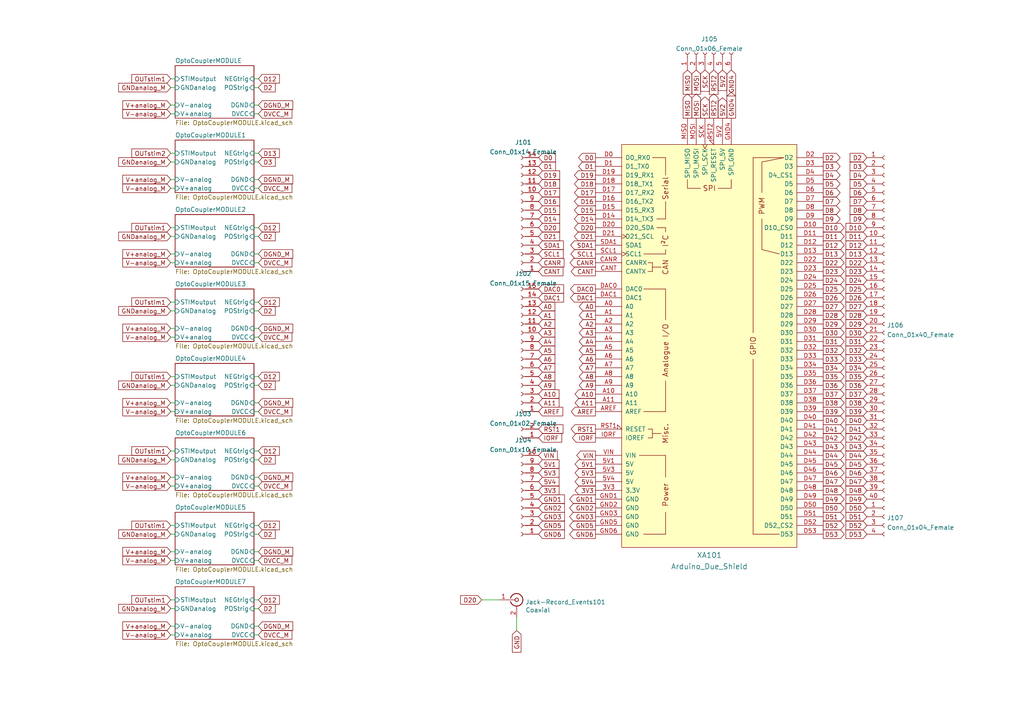
<source format=kicad_sch>
(kicad_sch (version 20211123) (generator eeschema)
  (paper "A4")
  (lib_symbols
    (symbol "Connector:Conn_01x02_Female" (pin_names (offset 1.016) hide)
      (property "Reference" "J" (at 0 2.54 0))
      (property "Value" "Conn_01x02_Female" (at 0 -5.08 0))
      (symbol "Conn_01x02_Female_1_1"
        (pin passive line (at -5.08 0 0) (length 3.81) (name "Pin_1") (number "1"))
        (pin passive line (at -5.08 -2.54 0) (length 3.81) (name "Pin_2") (number "2"))
      )
    )
    (symbol "Connector:Conn_01x04_Female" (pin_names (offset 1.016) hide)
      (property "Reference" "J" (at 0 5.08 0))
      (property "Value" "Conn_01x04_Female" (at 0 -7.62 0))
      (symbol "Conn_01x04_Female_1_1"
        (pin passive line (at -5.08 2.54 0) (length 3.81) (name "Pin_1") (number "1"))
        (pin passive line (at -5.08 0 0) (length 3.81) (name "Pin_2") (number "2"))
        (pin passive line (at -5.08 -2.54 0) (length 3.81) (name "Pin_3") (number "3"))
        (pin passive line (at -5.08 -5.08 0) (length 3.81) (name "Pin_4") (number "4"))
      )
    )
    (symbol "Connector:Conn_01x06_Female" (pin_names (offset 1.016) hide)
      (property "Reference" "J" (at 0 7.62 0))
      (property "Value" "Conn_01x06_Female" (at 0 -10.16 0))
      (symbol "Conn_01x06_Female_1_1"
        (pin passive line (at -5.08 5.08 0) (length 3.81) (name "Pin_1") (number "1"))
        (pin passive line (at -5.08 2.54 0) (length 3.81) (name "Pin_2") (number "2"))
        (pin passive line (at -5.08 0 0) (length 3.81) (name "Pin_3") (number "3"))
        (pin passive line (at -5.08 -2.54 0) (length 3.81) (name "Pin_4") (number "4"))
        (pin passive line (at -5.08 -5.08 0) (length 3.81) (name "Pin_5") (number "5"))
        (pin passive line (at -5.08 -7.62 0) (length 3.81) (name "Pin_6") (number "6"))
      )
    )
    (symbol "Connector:Conn_01x10_Female" (pin_names (offset 1.016) hide)
      (property "Reference" "J" (at 0 12.7 0))
      (property "Value" "Conn_01x10_Female" (at 0 -15.24 0))
      (symbol "Conn_01x10_Female_1_1"
        (pin passive line (at -5.08 10.16 0) (length 3.81) (name "Pin_1") (number "1"))
        (pin passive line (at -5.08 -12.7 0) (length 3.81) (name "Pin_10") (number "10"))
        (pin passive line (at -5.08 7.62 0) (length 3.81) (name "Pin_2") (number "2"))
        (pin passive line (at -5.08 5.08 0) (length 3.81) (name "Pin_3") (number "3"))
        (pin passive line (at -5.08 2.54 0) (length 3.81) (name "Pin_4") (number "4"))
        (pin passive line (at -5.08 0 0) (length 3.81) (name "Pin_5") (number "5"))
        (pin passive line (at -5.08 -2.54 0) (length 3.81) (name "Pin_6") (number "6"))
        (pin passive line (at -5.08 -5.08 0) (length 3.81) (name "Pin_7") (number "7"))
        (pin passive line (at -5.08 -7.62 0) (length 3.81) (name "Pin_8") (number "8"))
        (pin passive line (at -5.08 -10.16 0) (length 3.81) (name "Pin_9") (number "9"))
      )
    )
    (symbol "Connector:Conn_01x14_Female" (pin_names (offset 1.016) hide)
      (property "Reference" "J" (at 0 17.78 0))
      (property "Value" "Conn_01x14_Female" (at 0 -20.32 0))
      (symbol "Conn_01x14_Female_1_1"
        (pin passive line (at -5.08 15.24 0) (length 3.81) (name "Pin_1") (number "1"))
        (pin passive line (at -5.08 -7.62 0) (length 3.81) (name "Pin_10") (number "10"))
        (pin passive line (at -5.08 -10.16 0) (length 3.81) (name "Pin_11") (number "11"))
        (pin passive line (at -5.08 -12.7 0) (length 3.81) (name "Pin_12") (number "12"))
        (pin passive line (at -5.08 -15.24 0) (length 3.81) (name "Pin_13") (number "13"))
        (pin passive line (at -5.08 -17.78 0) (length 3.81) (name "Pin_14") (number "14"))
        (pin passive line (at -5.08 12.7 0) (length 3.81) (name "Pin_2") (number "2"))
        (pin passive line (at -5.08 10.16 0) (length 3.81) (name "Pin_3") (number "3"))
        (pin passive line (at -5.08 7.62 0) (length 3.81) (name "Pin_4") (number "4"))
        (pin passive line (at -5.08 5.08 0) (length 3.81) (name "Pin_5") (number "5"))
        (pin passive line (at -5.08 2.54 0) (length 3.81) (name "Pin_6") (number "6"))
        (pin passive line (at -5.08 0 0) (length 3.81) (name "Pin_7") (number "7"))
        (pin passive line (at -5.08 -2.54 0) (length 3.81) (name "Pin_8") (number "8"))
        (pin passive line (at -5.08 -5.08 0) (length 3.81) (name "Pin_9") (number "9"))
      )
    )
    (symbol "Connector:Conn_01x15_Female" (pin_names (offset 1.016) hide)
      (property "Reference" "J" (at 0 20.32 0))
      (property "Value" "Conn_01x15_Female" (at 0 -20.32 0))
      (symbol "Conn_01x15_Female_1_1"
        (pin passive line (at -5.08 17.78 0) (length 3.81) (name "Pin_1") (number "1"))
        (pin passive line (at -5.08 -5.08 0) (length 3.81) (name "Pin_10") (number "10"))
        (pin passive line (at -5.08 -7.62 0) (length 3.81) (name "Pin_11") (number "11"))
        (pin passive line (at -5.08 -10.16 0) (length 3.81) (name "Pin_12") (number "12"))
        (pin passive line (at -5.08 -12.7 0) (length 3.81) (name "Pin_13") (number "13"))
        (pin passive line (at -5.08 -15.24 0) (length 3.81) (name "Pin_14") (number "14"))
        (pin passive line (at -5.08 -17.78 0) (length 3.81) (name "Pin_15") (number "15"))
        (pin passive line (at -5.08 15.24 0) (length 3.81) (name "Pin_2") (number "2"))
        (pin passive line (at -5.08 12.7 0) (length 3.81) (name "Pin_3") (number "3"))
        (pin passive line (at -5.08 10.16 0) (length 3.81) (name "Pin_4") (number "4"))
        (pin passive line (at -5.08 7.62 0) (length 3.81) (name "Pin_5") (number "5"))
        (pin passive line (at -5.08 5.08 0) (length 3.81) (name "Pin_6") (number "6"))
        (pin passive line (at -5.08 2.54 0) (length 3.81) (name "Pin_7") (number "7"))
        (pin passive line (at -5.08 0 0) (length 3.81) (name "Pin_8") (number "8"))
        (pin passive line (at -5.08 -2.54 0) (length 3.81) (name "Pin_9") (number "9"))
      )
    )
    (symbol "Connector:Conn_01x40_Female" (pin_names (offset 1.016) hide)
      (property "Reference" "J" (at 0 50.8 0))
      (property "Value" "Conn_01x40_Female" (at 0 -53.34 0))
      (symbol "Conn_01x40_Female_1_1"
        (pin passive line (at -5.08 48.26 0) (length 3.81) (name "Pin_1") (number "1"))
        (pin passive line (at -5.08 25.4 0) (length 3.81) (name "Pin_10") (number "10"))
        (pin passive line (at -5.08 22.86 0) (length 3.81) (name "Pin_11") (number "11"))
        (pin passive line (at -5.08 20.32 0) (length 3.81) (name "Pin_12") (number "12"))
        (pin passive line (at -5.08 17.78 0) (length 3.81) (name "Pin_13") (number "13"))
        (pin passive line (at -5.08 15.24 0) (length 3.81) (name "Pin_14") (number "14"))
        (pin passive line (at -5.08 12.7 0) (length 3.81) (name "Pin_15") (number "15"))
        (pin passive line (at -5.08 10.16 0) (length 3.81) (name "Pin_16") (number "16"))
        (pin passive line (at -5.08 7.62 0) (length 3.81) (name "Pin_17") (number "17"))
        (pin passive line (at -5.08 5.08 0) (length 3.81) (name "Pin_18") (number "18"))
        (pin passive line (at -5.08 2.54 0) (length 3.81) (name "Pin_19") (number "19"))
        (pin passive line (at -5.08 45.72 0) (length 3.81) (name "Pin_2") (number "2"))
        (pin passive line (at -5.08 0 0) (length 3.81) (name "Pin_20") (number "20"))
        (pin passive line (at -5.08 -2.54 0) (length 3.81) (name "Pin_21") (number "21"))
        (pin passive line (at -5.08 -5.08 0) (length 3.81) (name "Pin_22") (number "22"))
        (pin passive line (at -5.08 -7.62 0) (length 3.81) (name "Pin_23") (number "23"))
        (pin passive line (at -5.08 -10.16 0) (length 3.81) (name "Pin_24") (number "24"))
        (pin passive line (at -5.08 -12.7 0) (length 3.81) (name "Pin_25") (number "25"))
        (pin passive line (at -5.08 -15.24 0) (length 3.81) (name "Pin_26") (number "26"))
        (pin passive line (at -5.08 -17.78 0) (length 3.81) (name "Pin_27") (number "27"))
        (pin passive line (at -5.08 -20.32 0) (length 3.81) (name "Pin_28") (number "28"))
        (pin passive line (at -5.08 -22.86 0) (length 3.81) (name "Pin_29") (number "29"))
        (pin passive line (at -5.08 43.18 0) (length 3.81) (name "Pin_3") (number "3"))
        (pin passive line (at -5.08 -25.4 0) (length 3.81) (name "Pin_30") (number "30"))
        (pin passive line (at -5.08 -27.94 0) (length 3.81) (name "Pin_31") (number "31"))
        (pin passive line (at -5.08 -30.48 0) (length 3.81) (name "Pin_32") (number "32"))
        (pin passive line (at -5.08 -33.02 0) (length 3.81) (name "Pin_33") (number "33"))
        (pin passive line (at -5.08 -35.56 0) (length 3.81) (name "Pin_34") (number "34"))
        (pin passive line (at -5.08 -38.1 0) (length 3.81) (name "Pin_35") (number "35"))
        (pin passive line (at -5.08 -40.64 0) (length 3.81) (name "Pin_36") (number "36"))
        (pin passive line (at -5.08 -43.18 0) (length 3.81) (name "Pin_37") (number "37"))
        (pin passive line (at -5.08 -45.72 0) (length 3.81) (name "Pin_38") (number "38"))
        (pin passive line (at -5.08 -48.26 0) (length 3.81) (name "Pin_39") (number "39"))
        (pin passive line (at -5.08 40.64 0) (length 3.81) (name "Pin_4") (number "4"))
        (pin passive line (at -5.08 -50.8 0) (length 3.81) (name "Pin_40") (number "40"))
        (pin passive line (at -5.08 38.1 0) (length 3.81) (name "Pin_5") (number "5"))
        (pin passive line (at -5.08 35.56 0) (length 3.81) (name "Pin_6") (number "6"))
        (pin passive line (at -5.08 33.02 0) (length 3.81) (name "Pin_7") (number "7"))
        (pin passive line (at -5.08 30.48 0) (length 3.81) (name "Pin_8") (number "8"))
        (pin passive line (at -5.08 27.94 0) (length 3.81) (name "Pin_9") (number "9"))
      )
    )
    (symbol "Connector:Conn_Coaxial" (pin_names (offset 1.016) hide)
      (property "Reference" "J" (at 0.254 3.048 0))
      (property "Value" "Conn_Coaxial" (at 2.921 0 90))
      (symbol "Conn_Coaxial_1_1"
        (pin passive line (at -5.08 0 0) (length 2.54) (name "In") (number "1"))
        (pin passive line (at 0 -5.08 90) (length 2.54) (name "Ext") (number "2"))
      )
    )
    (symbol "PCM_arduino-library:Arduino_Due_Shield" (pin_names (offset 1.016))
      (property "Reference" "XA" (at 0 -62.23 0))
      (property "Value" "Arduino_Due_Shield" (at 0 -66.04 0))
      (symbol "Arduino_Due_Shield_0_0"
        (text "Analogue I/O" (at -12.7 -1.27 900) (effects (font (size 1.524 1.524))))
        (text "CAN" (at -12.7 22.86 900) (effects (font (size 1.524 1.524))))
        (text "I²C" (at -12.7 30.48 900) (effects (font (size 1.524 1.524))))
        (text "Misc." (at -12.7 -25.4 900) (effects (font (size 1.524 1.524))))
        (text "Power" (at -12.7 -43.18 900) (effects (font (size 1.524 1.524))))
        (text "PWM" (at 15.24 40.64 900) (effects (font (size 1.524 1.524))))
        (text "Serial" (at -12.7 45.72 900) (effects (font (size 1.524 1.524))))
        (text "SPI" (at 0 45.72 0) (effects (font (size 1.524 1.524))))
      )
      (symbol "Arduino_Due_Shield_1_0"
        (text "GPIO" (at 12.7 0 900) (effects (font (size 1.524 1.524))))
      )
      (symbol "Arduino_Due_Shield_1_1"
        (pin power_out line (at -33.02 -41.91 0) (length 7.62) (name "3.3V") (number "3V3"))
        (pin power_in line (at -33.02 -34.29 0) (length 7.62) (name "5V") (number "5V1"))
        (pin power_in line (at 3.81 66.04 270) (length 7.62) (name "SPI_5V") (number "5V2"))
        (pin power_in line (at -33.02 -36.83 0) (length 7.62) (name "5V") (number "5V3"))
        (pin power_in line (at -33.02 -39.37 0) (length 7.62) (name "5V") (number "5V4"))
        (pin bidirectional line (at -33.02 11.43 0) (length 7.62) (name "A0") (number "A0"))
        (pin bidirectional line (at -33.02 8.89 0) (length 7.62) (name "A1") (number "A1"))
        (pin bidirectional line (at -33.02 -13.97 0) (length 7.62) (name "A10") (number "A10"))
        (pin bidirectional line (at -33.02 -16.51 0) (length 7.62) (name "A11") (number "A11"))
        (pin bidirectional line (at -33.02 6.35 0) (length 7.62) (name "A2") (number "A2"))
        (pin bidirectional line (at -33.02 3.81 0) (length 7.62) (name "A3") (number "A3"))
        (pin bidirectional line (at -33.02 1.27 0) (length 7.62) (name "A4") (number "A4"))
        (pin bidirectional line (at -33.02 -1.27 0) (length 7.62) (name "A5") (number "A5"))
        (pin bidirectional line (at -33.02 -3.81 0) (length 7.62) (name "A6") (number "A6"))
        (pin bidirectional line (at -33.02 -6.35 0) (length 7.62) (name "A7") (number "A7"))
        (pin bidirectional line (at -33.02 -8.89 0) (length 7.62) (name "A8") (number "A8"))
        (pin bidirectional line (at -33.02 -11.43 0) (length 7.62) (name "A9") (number "A9"))
        (pin input line (at -33.02 -19.05 0) (length 7.62) (name "AREF") (number "AREF"))
        (pin bidirectional line (at -33.02 24.13 0) (length 7.62) (name "CANRX") (number "CANR"))
        (pin bidirectional line (at -33.02 21.59 0) (length 7.62) (name "CANTX") (number "CANT"))
        (pin bidirectional line (at -33.02 54.61 0) (length 7.62) (name "D0_RX0") (number "D0"))
        (pin bidirectional line (at -33.02 52.07 0) (length 7.62) (name "D1_TX0") (number "D1"))
        (pin bidirectional line (at 33.02 34.29 180) (length 7.62) (name "D10_CS0") (number "D10"))
        (pin bidirectional line (at 33.02 31.75 180) (length 7.62) (name "D11") (number "D11"))
        (pin bidirectional line (at 33.02 29.21 180) (length 7.62) (name "D12") (number "D12"))
        (pin bidirectional line (at 33.02 26.67 180) (length 7.62) (name "D13") (number "D13"))
        (pin bidirectional line (at -33.02 36.83 0) (length 7.62) (name "D14_TX3") (number "D14"))
        (pin bidirectional line (at -33.02 39.37 0) (length 7.62) (name "D15_RX3") (number "D15"))
        (pin bidirectional line (at -33.02 41.91 0) (length 7.62) (name "D16_TX2") (number "D16"))
        (pin bidirectional line (at -33.02 44.45 0) (length 7.62) (name "D17_RX2") (number "D17"))
        (pin bidirectional line (at -33.02 46.99 0) (length 7.62) (name "D18_TX1") (number "D18"))
        (pin bidirectional line (at -33.02 49.53 0) (length 7.62) (name "D19_RX1") (number "D19"))
        (pin bidirectional line (at 33.02 54.61 180) (length 7.62) (name "D2") (number "D2"))
        (pin bidirectional line (at -33.02 34.29 0) (length 7.62) (name "D20_SDA") (number "D20"))
        (pin bidirectional clock (at -33.02 31.75 0) (length 7.62) (name "D21_SCL") (number "D21"))
        (pin bidirectional line (at 33.02 24.13 180) (length 7.62) (name "D22") (number "D22"))
        (pin bidirectional line (at 33.02 21.59 180) (length 7.62) (name "D23") (number "D23"))
        (pin bidirectional line (at 33.02 19.05 180) (length 7.62) (name "D24") (number "D24"))
        (pin bidirectional line (at 33.02 16.51 180) (length 7.62) (name "D25") (number "D25"))
        (pin bidirectional line (at 33.02 13.97 180) (length 7.62) (name "D26") (number "D26"))
        (pin bidirectional line (at 33.02 11.43 180) (length 7.62) (name "D27") (number "D27"))
        (pin bidirectional line (at 33.02 8.89 180) (length 7.62) (name "D28") (number "D28"))
        (pin bidirectional line (at 33.02 6.35 180) (length 7.62) (name "D29") (number "D29"))
        (pin bidirectional line (at 33.02 52.07 180) (length 7.62) (name "D3") (number "D3"))
        (pin bidirectional line (at 33.02 3.81 180) (length 7.62) (name "D30") (number "D30"))
        (pin bidirectional line (at 33.02 1.27 180) (length 7.62) (name "D31") (number "D31"))
        (pin bidirectional line (at 33.02 -1.27 180) (length 7.62) (name "D32") (number "D32"))
        (pin bidirectional line (at 33.02 -3.81 180) (length 7.62) (name "D33") (number "D33"))
        (pin bidirectional line (at 33.02 -6.35 180) (length 7.62) (name "D34") (number "D34"))
        (pin bidirectional line (at 33.02 -8.89 180) (length 7.62) (name "D35") (number "D35"))
        (pin bidirectional line (at 33.02 -11.43 180) (length 7.62) (name "D36") (number "D36"))
        (pin bidirectional line (at 33.02 -13.97 180) (length 7.62) (name "D37") (number "D37"))
        (pin bidirectional line (at 33.02 -16.51 180) (length 7.62) (name "D38") (number "D38"))
        (pin bidirectional line (at 33.02 -19.05 180) (length 7.62) (name "D39") (number "D39"))
        (pin bidirectional line (at 33.02 49.53 180) (length 7.62) (name "D4_CS1") (number "D4"))
        (pin bidirectional line (at 33.02 -21.59 180) (length 7.62) (name "D40") (number "D40"))
        (pin bidirectional line (at 33.02 -24.13 180) (length 7.62) (name "D41") (number "D41"))
        (pin bidirectional line (at 33.02 -26.67 180) (length 7.62) (name "D42") (number "D42"))
        (pin bidirectional line (at 33.02 -29.21 180) (length 7.62) (name "D43") (number "D43"))
        (pin bidirectional line (at 33.02 -31.75 180) (length 7.62) (name "D44") (number "D44"))
        (pin bidirectional line (at 33.02 -34.29 180) (length 7.62) (name "D45") (number "D45"))
        (pin bidirectional line (at 33.02 -36.83 180) (length 7.62) (name "D46") (number "D46"))
        (pin bidirectional line (at 33.02 -39.37 180) (length 7.62) (name "D47") (number "D47"))
        (pin bidirectional line (at 33.02 -41.91 180) (length 7.62) (name "D48") (number "D48"))
        (pin bidirectional line (at 33.02 -44.45 180) (length 7.62) (name "D49") (number "D49"))
        (pin bidirectional line (at 33.02 46.99 180) (length 7.62) (name "D5") (number "D5"))
        (pin bidirectional line (at 33.02 -46.99 180) (length 7.62) (name "D50") (number "D50"))
        (pin bidirectional line (at 33.02 -49.53 180) (length 7.62) (name "D51") (number "D51"))
        (pin bidirectional line (at 33.02 -52.07 180) (length 7.62) (name "D52_CS2") (number "D52"))
        (pin bidirectional line (at 33.02 -54.61 180) (length 7.62) (name "D53") (number "D53"))
        (pin bidirectional line (at 33.02 44.45 180) (length 7.62) (name "D6") (number "D6"))
        (pin bidirectional line (at 33.02 41.91 180) (length 7.62) (name "D7") (number "D7"))
        (pin bidirectional line (at 33.02 39.37 180) (length 7.62) (name "D8") (number "D8"))
        (pin bidirectional line (at 33.02 36.83 180) (length 7.62) (name "D9") (number "D9"))
        (pin bidirectional line (at -33.02 16.51 0) (length 7.62) (name "DAC0") (number "DAC0"))
        (pin bidirectional line (at -33.02 13.97 0) (length 7.62) (name "DAC1") (number "DAC1"))
        (pin power_in line (at -33.02 -44.45 0) (length 7.62) (name "GND") (number "GND1"))
        (pin power_in line (at -33.02 -46.99 0) (length 7.62) (name "GND") (number "GND2"))
        (pin power_in line (at -33.02 -49.53 0) (length 7.62) (name "GND") (number "GND3"))
        (pin power_in line (at 6.35 66.04 270) (length 7.62) (name "SPI_GND") (number "GND4"))
        (pin power_in line (at -33.02 -52.07 0) (length 7.62) (name "GND") (number "GND5"))
        (pin power_in line (at -33.02 -54.61 0) (length 7.62) (name "GND") (number "GND6"))
        (pin output line (at -33.02 -26.67 0) (length 7.62) (name "IOREF") (number "IORF"))
        (pin input line (at -6.35 66.04 270) (length 7.62) (name "SPI_MISO") (number "MISO"))
        (pin output line (at -3.81 66.04 270) (length 7.62) (name "SPI_MOSI") (number "MOSI"))
        (pin open_collector input_low (at -33.02 -24.13 0) (length 7.62) (name "RESET") (number "RST1"))
        (pin open_collector input_low (at 1.27 66.04 270) (length 7.62) (name "SPI_RESET") (number "RST2"))
        (pin output clock (at -1.27 66.04 270) (length 7.62) (name "SPI_SCK") (number "SCK"))
        (pin bidirectional clock (at -33.02 26.67 0) (length 7.62) (name "SCL1") (number "SCL1"))
        (pin bidirectional line (at -33.02 29.21 0) (length 7.62) (name "SDA1") (number "SDA1"))
        (pin power_in line (at -33.02 -31.75 0) (length 7.62) (name "VIN") (number "VIN"))
      )
    )
  )
  (wire (pts (xy 73.66 33.02) (xy 74.93 33.02)))
  (wire (pts (xy 73.66 97.79) (xy 74.93 97.79)))
  (wire (pts (xy 49.53 111.76) (xy 50.8 111.76)))
  (wire (pts (xy 73.66 66.04) (xy 74.93 66.04)))
  (wire (pts (xy 73.66 130.81) (xy 74.93 130.81)))
  (wire (pts (xy 73.66 90.17) (xy 74.93 90.17)))
  (wire (pts (xy 49.53 87.63) (xy 50.8 87.63)))
  (wire (pts (xy 73.66 140.97) (xy 74.93 140.97)))
  (wire (pts (xy 49.53 73.66) (xy 50.8 73.66)))
  (wire (pts (xy 73.66 68.58) (xy 74.93 68.58)))
  (wire (pts (xy 73.66 44.45) (xy 74.93 44.45)))
  (wire (pts (xy 73.66 133.35) (xy 74.93 133.35)))
  (wire (pts (xy 49.53 54.61) (xy 50.8 54.61)))
  (wire (pts (xy 49.53 162.56) (xy 50.8 162.56)))
  (wire (pts (xy 73.66 162.56) (xy 74.93 162.56)))
  (wire (pts (xy 49.53 52.07) (xy 50.8 52.07)))
  (wire (pts (xy 49.53 30.48) (xy 50.8 30.48)))
  (wire (pts (xy 49.53 76.2) (xy 50.8 76.2)))
  (wire (pts (xy 73.66 30.48) (xy 74.93 30.48)))
  (wire (pts (xy 49.53 181.61) (xy 50.8 181.61)))
  (wire (pts (xy 73.66 173.99) (xy 74.93 173.99)))
  (wire (pts (xy 49.53 33.02) (xy 50.8 33.02)))
  (wire (pts (xy 49.53 152.4) (xy 50.8 152.4)))
  (wire (pts (xy 49.53 176.53) (xy 50.8 176.53)))
  (wire (pts (xy 73.66 54.61) (xy 74.93 54.61)))
  (wire (pts (xy 73.66 111.76) (xy 74.93 111.76)))
  (wire (pts (xy 73.66 52.07) (xy 74.93 52.07)))
  (wire (pts (xy 73.66 76.2) (xy 74.93 76.2)))
  (wire (pts (xy 73.66 152.4) (xy 74.93 152.4)))
  (wire (pts (xy 73.66 109.22) (xy 74.93 109.22)))
  (wire (pts (xy 49.53 66.04) (xy 50.8 66.04)))
  (wire (pts (xy 73.66 160.02) (xy 74.93 160.02)))
  (wire (pts (xy 49.53 22.86) (xy 50.8 22.86)))
  (wire (pts (xy 49.53 119.38) (xy 50.8 119.38)))
  (wire (pts (xy 73.66 46.99) (xy 74.93 46.99)))
  (wire (pts (xy 49.53 97.79) (xy 50.8 97.79)))
  (wire (pts (xy 73.66 87.63) (xy 74.93 87.63)))
  (wire (pts (xy 139.7 173.99) (xy 144.78 173.99)))
  (wire (pts (xy 49.53 154.94) (xy 50.8 154.94)))
  (wire (pts (xy 49.53 184.15) (xy 50.8 184.15)))
  (wire (pts (xy 49.53 44.45) (xy 50.8 44.45)))
  (wire (pts (xy 49.53 140.97) (xy 50.8 140.97)))
  (wire (pts (xy 49.53 138.43) (xy 50.8 138.43)))
  (wire (pts (xy 73.66 184.15) (xy 74.93 184.15)))
  (wire (pts (xy 73.66 22.86) (xy 74.93 22.86)))
  (wire (pts (xy 49.53 109.22) (xy 50.8 109.22)))
  (wire (pts (xy 73.66 138.43) (xy 74.93 138.43)))
  (wire (pts (xy 49.53 116.84) (xy 50.8 116.84)))
  (wire (pts (xy 73.66 116.84) (xy 74.93 116.84)))
  (wire (pts (xy 73.66 95.25) (xy 74.93 95.25)))
  (wire (pts (xy 73.66 154.94) (xy 74.93 154.94)))
  (wire (pts (xy 49.53 68.58) (xy 50.8 68.58)))
  (wire (pts (xy 73.66 119.38) (xy 74.93 119.38)))
  (wire (pts (xy 73.66 176.53) (xy 74.93 176.53)))
  (wire (pts (xy 73.66 181.61) (xy 74.93 181.61)))
  (wire (pts (xy 49.53 46.99) (xy 50.8 46.99)))
  (wire (pts (xy 49.53 173.99) (xy 50.8 173.99)))
  (wire (pts (xy 149.86 182.88) (xy 149.86 179.07)))
  (wire (pts (xy 49.53 95.25) (xy 50.8 95.25)))
  (wire (pts (xy 73.66 25.4) (xy 74.93 25.4)))
  (wire (pts (xy 49.53 130.81) (xy 50.8 130.81)))
  (wire (pts (xy 73.66 73.66) (xy 74.93 73.66)))
  (wire (pts (xy 49.53 133.35) (xy 50.8 133.35)))
  (wire (pts (xy 49.53 90.17) (xy 50.8 90.17)))
  (wire (pts (xy 49.53 160.02) (xy 50.8 160.02)))
  (wire (pts (xy 49.53 25.4) (xy 50.8 25.4)))
  (global_label "D2" (shape input) (at 74.93 154.94 0) (property "Intersheet References" "${INTERSHEET_REFS}" (effects hide)))
  (global_label "V-analog_M" (shape input) (at 49.53 119.38 180) (property "Intersheet References" "${INTERSHEET_REFS}" (effects hide)))
  (global_label "D12" (shape output) (at 238.76 71.12 0) (property "Intersheet References" "${INTERSHEET_REFS}" (effects hide)))
  (global_label "DVCC_M" (shape input) (at 74.93 33.02 0) (property "Intersheet References" "${INTERSHEET_REFS}" (effects hide)))
  (global_label "D42" (shape output) (at 238.76 127 0) (property "Intersheet References" "${INTERSHEET_REFS}" (effects hide)))
  (global_label "DAC0" (shape input) (at 156.21 83.82 0) (property "Intersheet References" "${INTERSHEET_REFS}" (effects hide)))
  (global_label "5V2" (shape output) (at 209.55 34.29 90) (property "Intersheet References" "${INTERSHEET_REFS}" (effects hide)))
  (global_label "A6" (shape output) (at 172.72 104.14 180) (property "Intersheet References" "${INTERSHEET_REFS}" (effects hide)))
  (global_label "GND6" (shape input) (at 156.21 154.94 0) (property "Intersheet References" "${INTERSHEET_REFS}" (effects hide)))
  (global_label "D49" (shape input) (at 251.46 144.78 180) (property "Intersheet References" "${INTERSHEET_REFS}" (effects hide)))
  (global_label "A10" (shape output) (at 172.72 114.3 180) (property "Intersheet References" "${INTERSHEET_REFS}" (effects hide)))
  (global_label "OUTstim1" (shape input) (at 49.53 130.81 180) (property "Intersheet References" "${INTERSHEET_REFS}" (effects hide)))
  (global_label "D10" (shape input) (at 251.46 66.04 180) (property "Intersheet References" "${INTERSHEET_REFS}" (effects hide)))
  (global_label "GND3" (shape output) (at 172.72 149.86 180) (property "Intersheet References" "${INTERSHEET_REFS}" (effects hide)))
  (global_label "D44" (shape input) (at 251.46 132.08 180) (property "Intersheet References" "${INTERSHEET_REFS}" (effects hide)))
  (global_label "5V1" (shape input) (at 156.21 134.62 0) (property "Intersheet References" "${INTERSHEET_REFS}" (effects hide)))
  (global_label "D37" (shape output) (at 238.76 114.3 0) (property "Intersheet References" "${INTERSHEET_REFS}" (effects hide)))
  (global_label "D38" (shape input) (at 251.46 116.84 180) (property "Intersheet References" "${INTERSHEET_REFS}" (effects hide)))
  (global_label "V-analog_M" (shape input) (at 49.53 97.79 180) (property "Intersheet References" "${INTERSHEET_REFS}" (effects hide)))
  (global_label "V+analog_M" (shape input) (at 49.53 160.02 180) (property "Intersheet References" "${INTERSHEET_REFS}" (effects hide)))
  (global_label "D47" (shape input) (at 251.46 139.7 180) (property "Intersheet References" "${INTERSHEET_REFS}" (effects hide)))
  (global_label "5V1" (shape output) (at 172.72 134.62 180) (property "Intersheet References" "${INTERSHEET_REFS}" (effects hide)))
  (global_label "A0" (shape output) (at 172.72 88.9 180) (property "Intersheet References" "${INTERSHEET_REFS}" (effects hide)))
  (global_label "GNDanalog_M" (shape input) (at 49.53 46.99 180) (property "Intersheet References" "${INTERSHEET_REFS}" (effects hide)))
  (global_label "IORF" (shape input) (at 156.21 127 0) (property "Intersheet References" "${INTERSHEET_REFS}" (effects hide)))
  (global_label "GND1" (shape output) (at 172.72 144.78 180) (property "Intersheet References" "${INTERSHEET_REFS}" (effects hide)))
  (global_label "DGND_M" (shape input) (at 74.93 30.48 0) (property "Intersheet References" "${INTERSHEET_REFS}" (effects hide)))
  (global_label "D1" (shape input) (at 156.21 48.26 0) (property "Intersheet References" "${INTERSHEET_REFS}" (effects hide)))
  (global_label "D2" (shape output) (at 238.76 45.72 0) (property "Intersheet References" "${INTERSHEET_REFS}" (effects hide)))
  (global_label "SDA1" (shape output) (at 172.72 71.12 180) (property "Intersheet References" "${INTERSHEET_REFS}" (effects hide)))
  (global_label "A2" (shape input) (at 156.21 93.98 0) (property "Intersheet References" "${INTERSHEET_REFS}" (effects hide)))
  (global_label "D29" (shape output) (at 238.76 93.98 0) (property "Intersheet References" "${INTERSHEET_REFS}" (effects hide)))
  (global_label "V+analog_M" (shape input) (at 49.53 181.61 180) (property "Intersheet References" "${INTERSHEET_REFS}" (effects hide)))
  (global_label "A8" (shape input) (at 156.21 109.22 0) (property "Intersheet References" "${INTERSHEET_REFS}" (effects hide)))
  (global_label "A4" (shape input) (at 156.21 99.06 0) (property "Intersheet References" "${INTERSHEET_REFS}" (effects hide)))
  (global_label "DAC1" (shape output) (at 172.72 86.36 180) (property "Intersheet References" "${INTERSHEET_REFS}" (effects hide)))
  (global_label "D29" (shape input) (at 251.46 93.98 180) (property "Intersheet References" "${INTERSHEET_REFS}" (effects hide)))
  (global_label "D27" (shape output) (at 238.76 88.9 0) (property "Intersheet References" "${INTERSHEET_REFS}" (effects hide)))
  (global_label "D23" (shape output) (at 238.76 78.74 0) (property "Intersheet References" "${INTERSHEET_REFS}" (effects hide)))
  (global_label "D51" (shape input) (at 251.46 149.86 180) (property "Intersheet References" "${INTERSHEET_REFS}" (effects hide)))
  (global_label "CANR" (shape output) (at 172.72 76.2 180) (property "Intersheet References" "${INTERSHEET_REFS}" (effects hide)))
  (global_label "D18" (shape output) (at 172.72 53.34 180) (property "Intersheet References" "${INTERSHEET_REFS}" (effects hide)))
  (global_label "D46" (shape input) (at 251.46 137.16 180) (property "Intersheet References" "${INTERSHEET_REFS}" (effects hide)))
  (global_label "D14" (shape input) (at 156.21 63.5 0) (property "Intersheet References" "${INTERSHEET_REFS}" (effects hide)))
  (global_label "D32" (shape input) (at 251.46 101.6 180) (property "Intersheet References" "${INTERSHEET_REFS}" (effects hide)))
  (global_label "DGND_M" (shape input) (at 74.93 181.61 0) (property "Intersheet References" "${INTERSHEET_REFS}" (effects hide)))
  (global_label "D39" (shape output) (at 238.76 119.38 0) (property "Intersheet References" "${INTERSHEET_REFS}" (effects hide)))
  (global_label "D47" (shape output) (at 238.76 139.7 0) (property "Intersheet References" "${INTERSHEET_REFS}" (effects hide)))
  (global_label "D19" (shape input) (at 156.21 50.8 0) (property "Intersheet References" "${INTERSHEET_REFS}" (effects hide)))
  (global_label "MISO" (shape input) (at 199.39 20.32 270) (property "Intersheet References" "${INTERSHEET_REFS}" (effects hide)))
  (global_label "A11" (shape output) (at 172.72 116.84 180) (property "Intersheet References" "${INTERSHEET_REFS}" (effects hide)))
  (global_label "A7" (shape output) (at 172.72 106.68 180) (property "Intersheet References" "${INTERSHEET_REFS}" (effects hide)))
  (global_label "GND1" (shape input) (at 156.21 144.78 0) (property "Intersheet References" "${INTERSHEET_REFS}" (effects hide)))
  (global_label "D41" (shape input) (at 251.46 124.46 180) (property "Intersheet References" "${INTERSHEET_REFS}" (effects hide)))
  (global_label "D28" (shape input) (at 251.46 91.44 180) (property "Intersheet References" "${INTERSHEET_REFS}" (effects hide)))
  (global_label "GNDanalog_M" (shape input) (at 49.53 133.35 180) (property "Intersheet References" "${INTERSHEET_REFS}" (effects hide)))
  (global_label "D12" (shape input) (at 74.93 22.86 0) (property "Intersheet References" "${INTERSHEET_REFS}" (effects hide)))
  (global_label "D30" (shape output) (at 238.76 96.52 0) (property "Intersheet References" "${INTERSHEET_REFS}" (effects hide)))
  (global_label "D7" (shape input) (at 251.46 58.42 180) (property "Intersheet References" "${INTERSHEET_REFS}" (effects hide)))
  (global_label "CANT" (shape output) (at 172.72 78.74 180) (property "Intersheet References" "${INTERSHEET_REFS}" (effects hide)))
  (global_label "3V3" (shape input) (at 156.21 142.24 0) (property "Intersheet References" "${INTERSHEET_REFS}" (effects hide)))
  (global_label "A3" (shape output) (at 172.72 96.52 180) (property "Intersheet References" "${INTERSHEET_REFS}" (effects hide)))
  (global_label "SCL1" (shape output) (at 172.72 73.66 180) (property "Intersheet References" "${INTERSHEET_REFS}" (effects hide)))
  (global_label "A9" (shape input) (at 156.21 111.76 0) (property "Intersheet References" "${INTERSHEET_REFS}" (effects hide)))
  (global_label "SDA1" (shape input) (at 156.21 71.12 0) (property "Intersheet References" "${INTERSHEET_REFS}" (effects hide)))
  (global_label "GND5" (shape output) (at 172.72 152.4 180) (property "Intersheet References" "${INTERSHEET_REFS}" (effects hide)))
  (global_label "D5" (shape output) (at 238.76 53.34 0) (property "Intersheet References" "${INTERSHEET_REFS}" (effects hide)))
  (global_label "D38" (shape output) (at 238.76 116.84 0) (property "Intersheet References" "${INTERSHEET_REFS}" (effects hide)))
  (global_label "D8" (shape input) (at 251.46 60.96 180) (property "Intersheet References" "${INTERSHEET_REFS}" (effects hide)))
  (global_label "DGND_M" (shape input) (at 74.93 116.84 0) (property "Intersheet References" "${INTERSHEET_REFS}" (effects hide)))
  (global_label "D8" (shape output) (at 238.76 60.96 0) (property "Intersheet References" "${INTERSHEET_REFS}" (effects hide)))
  (global_label "D5" (shape input) (at 251.46 53.34 180) (property "Intersheet References" "${INTERSHEET_REFS}" (effects hide)))
  (global_label "RST2" (shape output) (at 207.01 34.29 90) (property "Intersheet References" "${INTERSHEET_REFS}" (effects hide)))
  (global_label "D33" (shape input) (at 251.46 104.14 180) (property "Intersheet References" "${INTERSHEET_REFS}" (effects hide)))
  (global_label "OUTstim1" (shape input) (at 49.53 173.99 180) (property "Intersheet References" "${INTERSHEET_REFS}" (effects hide)))
  (global_label "5V2" (shape input) (at 209.55 20.32 270) (property "Intersheet References" "${INTERSHEET_REFS}" (effects hide)))
  (global_label "V+analog_M" (shape input) (at 49.53 116.84 180) (property "Intersheet References" "${INTERSHEET_REFS}" (effects hide)))
  (global_label "D17" (shape output) (at 172.72 55.88 180) (property "Intersheet References" "${INTERSHEET_REFS}" (effects hide)))
  (global_label "D17" (shape input) (at 156.21 55.88 0) (property "Intersheet References" "${INTERSHEET_REFS}" (effects hide)))
  (global_label "SCL1" (shape input) (at 156.21 73.66 0) (property "Intersheet References" "${INTERSHEET_REFS}" (effects hide)))
  (global_label "A1" (shape input) (at 156.21 91.44 0) (property "Intersheet References" "${INTERSHEET_REFS}" (effects hide)))
  (global_label "D43" (shape output) (at 238.76 129.54 0) (property "Intersheet References" "${INTERSHEET_REFS}" (effects hide)))
  (global_label "5V3" (shape input) (at 156.21 137.16 0) (property "Intersheet References" "${INTERSHEET_REFS}" (effects hide)))
  (global_label "V-analog_M" (shape input) (at 49.53 33.02 180) (property "Intersheet References" "${INTERSHEET_REFS}" (effects hide)))
  (global_label "3V3" (shape output) (at 172.72 142.24 180) (property "Intersheet References" "${INTERSHEET_REFS}" (effects hide)))
  (global_label "D12" (shape input) (at 74.93 66.04 0) (property "Intersheet References" "${INTERSHEET_REFS}" (effects hide)))
  (global_label "D18" (shape input) (at 156.21 53.34 0) (property "Intersheet References" "${INTERSHEET_REFS}" (effects hide)))
  (global_label "DVCC_M" (shape input) (at 74.93 140.97 0) (property "Intersheet References" "${INTERSHEET_REFS}" (effects hide)))
  (global_label "D28" (shape output) (at 238.76 91.44 0) (property "Intersheet References" "${INTERSHEET_REFS}" (effects hide)))
  (global_label "D51" (shape output) (at 238.76 149.86 0) (property "Intersheet References" "${INTERSHEET_REFS}" (effects hide)))
  (global_label "GND2" (shape output) (at 172.72 147.32 180) (property "Intersheet References" "${INTERSHEET_REFS}" (effects hide)))
  (global_label "D3" (shape input) (at 251.46 48.26 180) (property "Intersheet References" "${INTERSHEET_REFS}" (effects hide)))
  (global_label "V-analog_M" (shape input) (at 49.53 162.56 180) (property "Intersheet References" "${INTERSHEET_REFS}" (effects hide)))
  (global_label "SCK" (shape input) (at 204.47 20.32 270) (property "Intersheet References" "${INTERSHEET_REFS}" (effects hide)))
  (global_label "D50" (shape input) (at 251.46 147.32 180) (property "Intersheet References" "${INTERSHEET_REFS}" (effects hide)))
  (global_label "D21" (shape output) (at 172.72 68.58 180) (property "Intersheet References" "${INTERSHEET_REFS}" (effects hide)))
  (global_label "MISO" (shape output) (at 199.39 34.29 90) (property "Intersheet References" "${INTERSHEET_REFS}" (effects hide)))
  (global_label "OUTstim1" (shape input) (at 49.53 22.86 180) (property "Intersheet References" "${INTERSHEET_REFS}" (effects hide)))
  (global_label "RST1" (shape output) (at 172.72 124.46 180) (property "Intersheet References" "${INTERSHEET_REFS}" (effects hide)))
  (global_label "D12" (shape input) (at 74.93 130.81 0) (property "Intersheet References" "${INTERSHEET_REFS}" (effects hide)))
  (global_label "GND2" (shape input) (at 156.21 147.32 0) (property "Intersheet References" "${INTERSHEET_REFS}" (effects hide)))
  (global_label "D46" (shape output) (at 238.76 137.16 0) (property "Intersheet References" "${INTERSHEET_REFS}" (effects hide)))
  (global_label "D48" (shape output) (at 238.76 142.24 0) (property "Intersheet References" "${INTERSHEET_REFS}" (effects hide)))
  (global_label "IORF" (shape output) (at 172.72 127 180) (property "Intersheet References" "${INTERSHEET_REFS}" (effects hide)))
  (global_label "A6" (shape input) (at 156.21 104.14 0) (property "Intersheet References" "${INTERSHEET_REFS}" (effects hide)))
  (global_label "D16" (shape input) (at 156.21 58.42 0) (property "Intersheet References" "${INTERSHEET_REFS}" (effects hide)))
  (global_label "D19" (shape output) (at 172.72 50.8 180) (property "Intersheet References" "${INTERSHEET_REFS}" (effects hide)))
  (global_label "DVCC_M" (shape input) (at 74.93 76.2 0) (property "Intersheet References" "${INTERSHEET_REFS}" (effects hide)))
  (global_label "D30" (shape input) (at 251.46 96.52 180) (property "Intersheet References" "${INTERSHEET_REFS}" (effects hide)))
  (global_label "D53" (shape input) (at 251.46 154.94 180) (property "Intersheet References" "${INTERSHEET_REFS}" (effects hide)))
  (global_label "D24" (shape input) (at 251.46 81.28 180) (property "Intersheet References" "${INTERSHEET_REFS}" (effects hide)))
  (global_label "GNDanalog_M" (shape input) (at 49.53 25.4 180) (property "Intersheet References" "${INTERSHEET_REFS}" (effects hide)))
  (global_label "D45" (shape output) (at 238.76 134.62 0) (property "Intersheet References" "${INTERSHEET_REFS}" (effects hide)))
  (global_label "D13" (shape input) (at 251.46 73.66 180) (property "Intersheet References" "${INTERSHEET_REFS}" (effects hide)))
  (global_label "D45" (shape input) (at 251.46 134.62 180) (property "Intersheet References" "${INTERSHEET_REFS}" (effects hide)))
  (global_label "A4" (shape output) (at 172.72 99.06 180) (property "Intersheet References" "${INTERSHEET_REFS}" (effects hide)))
  (global_label "A11" (shape input) (at 156.21 116.84 0) (property "Intersheet References" "${INTERSHEET_REFS}" (effects hide)))
  (global_label "D9" (shape input) (at 251.46 63.5 180) (property "Intersheet References" "${INTERSHEET_REFS}" (effects hide)))
  (global_label "D3" (shape input) (at 74.93 46.99 0) (property "Intersheet References" "${INTERSHEET_REFS}" (effects hide)))
  (global_label "GNDanalog_M" (shape input) (at 49.53 154.94 180) (property "Intersheet References" "${INTERSHEET_REFS}" (effects hide)))
  (global_label "AREF" (shape input) (at 156.21 119.38 0) (property "Intersheet References" "${INTERSHEET_REFS}" (effects hide)))
  (global_label "D36" (shape input) (at 251.46 111.76 180) (property "Intersheet References" "${INTERSHEET_REFS}" (effects hide)))
  (global_label "D14" (shape output) (at 172.72 63.5 180) (property "Intersheet References" "${INTERSHEET_REFS}" (effects hide)))
  (global_label "D21" (shape input) (at 156.21 68.58 0) (property "Intersheet References" "${INTERSHEET_REFS}" (effects hide)))
  (global_label "D36" (shape output) (at 238.76 111.76 0) (property "Intersheet References" "${INTERSHEET_REFS}" (effects hide)))
  (global_label "D2" (shape input) (at 74.93 176.53 0) (property "Intersheet References" "${INTERSHEET_REFS}" (effects hide)))
  (global_label "D35" (shape input) (at 251.46 109.22 180) (property "Intersheet References" "${INTERSHEET_REFS}" (effects hide)))
  (global_label "D3" (shape output) (at 238.76 48.26 0) (property "Intersheet References" "${INTERSHEET_REFS}" (effects hide)))
  (global_label "CANT" (shape input) (at 156.21 78.74 0) (property "Intersheet References" "${INTERSHEET_REFS}" (effects hide)))
  (global_label "D13" (shape input) (at 74.93 44.45 0) (property "Intersheet References" "${INTERSHEET_REFS}" (effects hide)))
  (global_label "D16" (shape output) (at 172.72 58.42 180) (property "Intersheet References" "${INTERSHEET_REFS}" (effects hide)))
  (global_label "A0" (shape input) (at 156.21 88.9 0) (property "Intersheet References" "${INTERSHEET_REFS}" (effects hide)))
  (global_label "D52" (shape input) (at 251.46 152.4 180) (property "Intersheet References" "${INTERSHEET_REFS}" (effects hide)))
  (global_label "D24" (shape output) (at 238.76 81.28 0) (property "Intersheet References" "${INTERSHEET_REFS}" (effects hide)))
  (global_label "A9" (shape output) (at 172.72 111.76 180) (property "Intersheet References" "${INTERSHEET_REFS}" (effects hide)))
  (global_label "V-analog_M" (shape input) (at 49.53 140.97 180) (property "Intersheet References" "${INTERSHEET_REFS}" (effects hide)))
  (global_label "D12" (shape input) (at 74.93 109.22 0) (property "Intersheet References" "${INTERSHEET_REFS}" (effects hide)))
  (global_label "D12" (shape input) (at 251.46 71.12 180) (property "Intersheet References" "${INTERSHEET_REFS}" (effects hide)))
  (global_label "A2" (shape output) (at 172.72 93.98 180) (property "Intersheet References" "${INTERSHEET_REFS}" (effects hide)))
  (global_label "D6" (shape output) (at 238.76 55.88 0) (property "Intersheet References" "${INTERSHEET_REFS}" (effects hide)))
  (global_label "D9" (shape output) (at 238.76 63.5 0) (property "Intersheet References" "${INTERSHEET_REFS}" (effects hide)))
  (global_label "DAC0" (shape output) (at 172.72 83.82 180) (property "Intersheet References" "${INTERSHEET_REFS}" (effects hide)))
  (global_label "SCK" (shape output) (at 204.47 34.29 90) (property "Intersheet References" "${INTERSHEET_REFS}" (effects hide)))
  (global_label "D4" (shape input) (at 251.46 50.8 180) (property "Intersheet References" "${INTERSHEET_REFS}" (effects hide)))
  (global_label "AREF" (shape output) (at 172.72 119.38 180) (property "Intersheet References" "${INTERSHEET_REFS}" (effects hide)))
  (global_label "D34" (shape output) (at 238.76 106.68 0) (property "Intersheet References" "${INTERSHEET_REFS}" (effects hide)))
  (global_label "D2" (shape input) (at 74.93 25.4 0) (property "Intersheet References" "${INTERSHEET_REFS}" (effects hide)))
  (global_label "D37" (shape input) (at 251.46 114.3 180) (property "Intersheet References" "${INTERSHEET_REFS}" (effects hide)))
  (global_label "D0" (shape input) (at 156.21 45.72 0) (property "Intersheet References" "${INTERSHEET_REFS}" (effects hide)))
  (global_label "A5" (shape input) (at 156.21 101.6 0) (property "Intersheet References" "${INTERSHEET_REFS}" (effects hide)))
  (global_label "D33" (shape output) (at 238.76 104.14 0) (property "Intersheet References" "${INTERSHEET_REFS}" (effects hide)))
  (global_label "D39" (shape input) (at 251.46 119.38 180) (property "Intersheet References" "${INTERSHEET_REFS}" (effects hide)))
  (global_label "D25" (shape output) (at 238.76 83.82 0) (property "Intersheet References" "${INTERSHEET_REFS}" (effects hide)))
  (global_label "D27" (shape input) (at 251.46 88.9 180) (property "Intersheet References" "${INTERSHEET_REFS}" (effects hide)))
  (global_label "DVCC_M" (shape input) (at 74.93 54.61 0) (property "Intersheet References" "${INTERSHEET_REFS}" (effects hide)))
  (global_label "D50" (shape output) (at 238.76 147.32 0) (property "Intersheet References" "${INTERSHEET_REFS}" (effects hide)))
  (global_label "DAC1" (shape input) (at 156.21 86.36 0) (property "Intersheet References" "${INTERSHEET_REFS}" (effects hide)))
  (global_label "DGND_M" (shape input) (at 74.93 138.43 0) (property "Intersheet References" "${INTERSHEET_REFS}" (effects hide)))
  (global_label "D20" (shape output) (at 172.72 66.04 180) (property "Intersheet References" "${INTERSHEET_REFS}" (effects hide)))
  (global_label "D2" (shape input) (at 74.93 90.17 0) (property "Intersheet References" "${INTERSHEET_REFS}" (effects hide)))
  (global_label "A10" (shape input) (at 156.21 114.3 0) (property "Intersheet References" "${INTERSHEET_REFS}" (effects hide)))
  (global_label "VIN" (shape output) (at 172.72 132.08 180) (property "Intersheet References" "${INTERSHEET_REFS}" (effects hide)))
  (global_label "D12" (shape input) (at 74.93 152.4 0) (property "Intersheet References" "${INTERSHEET_REFS}" (effects hide)))
  (global_label "D42" (shape input) (at 251.46 127 180) (property "Intersheet References" "${INTERSHEET_REFS}" (effects hide)))
  (global_label "DVCC_M" (shape input) (at 74.93 184.15 0) (property "Intersheet References" "${INTERSHEET_REFS}" (effects hide)))
  (global_label "D22" (shape input) (at 251.46 76.2 180) (property "Intersheet References" "${INTERSHEET_REFS}" (effects hide)))
  (global_label "D43" (shape input) (at 251.46 129.54 180) (property "Intersheet References" "${INTERSHEET_REFS}" (effects hide)))
  (global_label "D49" (shape output) (at 238.76 144.78 0) (property "Intersheet References" "${INTERSHEET_REFS}" (effects hide)))
  (global_label "D2" (shape input) (at 251.46 45.72 180) (property "Intersheet References" "${INTERSHEET_REFS}" (effects hide)))
  (global_label "V+analog_M" (shape input) (at 49.53 30.48 180) (property "Intersheet References" "${INTERSHEET_REFS}" (effects hide)))
  (global_label "OUTstim2" (shape input) (at 49.53 44.45 180) (property "Intersheet References" "${INTERSHEET_REFS}" (effects hide)))
  (global_label "V+analog_M" (shape input) (at 49.53 138.43 180) (property "Intersheet References" "${INTERSHEET_REFS}" (effects hide)))
  (global_label "A1" (shape output) (at 172.72 91.44 180) (property "Intersheet References" "${INTERSHEET_REFS}" (effects hide)))
  (global_label "A5" (shape output) (at 172.72 101.6 180) (property "Intersheet References" "${INTERSHEET_REFS}" (effects hide)))
  (global_label "GND4" (shape input) (at 212.09 20.32 270) (property "Intersheet References" "${INTERSHEET_REFS}" (effects hide)))
  (global_label "GNDanalog_M" (shape input) (at 49.53 68.58 180) (property "Intersheet References" "${INTERSHEET_REFS}" (effects hide)))
  (global_label "D13" (shape output) (at 238.76 73.66 0) (property "Intersheet References" "${INTERSHEET_REFS}" (effects hide)))
  (global_label "D22" (shape output) (at 238.76 76.2 0) (property "Intersheet References" "${INTERSHEET_REFS}" (effects hide)))
  (global_label "D15" (shape output) (at 172.72 60.96 180) (property "Intersheet References" "${INTERSHEET_REFS}" (effects hide)))
  (global_label "D44" (shape output) (at 238.76 132.08 0) (property "Intersheet References" "${INTERSHEET_REFS}" (effects hide)))
  (global_label "GNDanalog_M" (shape input) (at 49.53 176.53 180) (property "Intersheet References" "${INTERSHEET_REFS}" (effects hide)))
  (global_label "OUTstim1" (shape input) (at 49.53 152.4 180) (property "Intersheet References" "${INTERSHEET_REFS}" (effects hide)))
  (global_label "V+analog_M" (shape input) (at 49.53 52.07 180) (property "Intersheet References" "${INTERSHEET_REFS}" (effects hide)))
  (global_label "D52" (shape output) (at 238.76 152.4 0) (property "Intersheet References" "${INTERSHEET_REFS}" (effects hide)))
  (global_label "D40" (shape input) (at 251.46 121.92 180) (property "Intersheet References" "${INTERSHEET_REFS}" (effects hide)))
  (global_label "DVCC_M" (shape input) (at 74.93 97.79 0) (property "Intersheet References" "${INTERSHEET_REFS}" (effects hide)))
  (global_label "DVCC_M" (shape input) (at 74.93 119.38 0) (property "Intersheet References" "${INTERSHEET_REFS}" (effects hide)))
  (global_label "D20" (shape input) (at 156.21 66.04 0) (property "Intersheet References" "${INTERSHEET_REFS}" (effects hide)))
  (global_label "OUTstim1" (shape input) (at 49.53 109.22 180) (property "Intersheet References" "${INTERSHEET_REFS}" (effects hide)))
  (global_label "GND" (shape input) (at 149.86 182.88 270) (property "Intersheet References" "${INTERSHEET_REFS}" (effects hide)))
  (global_label "D32" (shape output) (at 238.76 101.6 0) (property "Intersheet References" "${INTERSHEET_REFS}" (effects hide)))
  (global_label "DGND_M" (shape input) (at 74.93 73.66 0) (property "Intersheet References" "${INTERSHEET_REFS}" (effects hide)))
  (global_label "D40" (shape output) (at 238.76 121.92 0) (property "Intersheet References" "${INTERSHEET_REFS}" (effects hide)))
  (global_label "D12" (shape input) (at 74.93 87.63 0) (property "Intersheet References" "${INTERSHEET_REFS}" (effects hide)))
  (global_label "GND3" (shape input) (at 156.21 149.86 0) (property "Intersheet References" "${INTERSHEET_REFS}" (effects hide)))
  (global_label "5V4" (shape input) (at 156.21 139.7 0) (property "Intersheet References" "${INTERSHEET_REFS}" (effects hide)))
  (global_label "GND5" (shape input) (at 156.21 152.4 0) (property "Intersheet References" "${INTERSHEET_REFS}" (effects hide)))
  (global_label "MOSI" (shape output) (at 201.93 34.29 90) (property "Intersheet References" "${INTERSHEET_REFS}" (effects hide)))
  (global_label "V-analog_M" (shape input) (at 49.53 184.15 180) (property "Intersheet References" "${INTERSHEET_REFS}" (effects hide)))
  (global_label "D26" (shape output) (at 238.76 86.36 0) (property "Intersheet References" "${INTERSHEET_REFS}" (effects hide)))
  (global_label "D23" (shape input) (at 251.46 78.74 180) (property "Intersheet References" "${INTERSHEET_REFS}" (effects hide)))
  (global_label "D2" (shape input) (at 74.93 133.35 0) (property "Intersheet References" "${INTERSHEET_REFS}" (effects hide)))
  (global_label "D34" (shape input) (at 251.46 106.68 180) (property "Intersheet References" "${INTERSHEET_REFS}" (effects hide)))
  (global_label "D2" (shape input) (at 74.93 111.76 0) (property "Intersheet References" "${INTERSHEET_REFS}" (effects hide)))
  (global_label "D20" (shape input) (at 139.7 173.99 180) (property "Intersheet References" "${INTERSHEET_REFS}" (effects hide)))
  (global_label "V+analog_M" (shape input) (at 49.53 73.66 180) (property "Intersheet References" "${INTERSHEET_REFS}" (effects hide)))
  (global_label "A3" (shape input) (at 156.21 96.52 0) (property "Intersheet References" "${INTERSHEET_REFS}" (effects hide)))
  (global_label "RST1" (shape input) (at 156.21 124.46 0) (property "Intersheet References" "${INTERSHEET_REFS}" (effects hide)))
  (global_label "D41" (shape output) (at 238.76 124.46 0) (property "Intersheet References" "${INTERSHEET_REFS}" (effects hide)))
  (global_label "DGND_M" (shape input) (at 74.93 95.25 0) (property "Intersheet References" "${INTERSHEET_REFS}" (effects hide)))
  (global_label "GND6" (shape output) (at 172.72 154.94 180) (property "Intersheet References" "${INTERSHEET_REFS}" (effects hide)))
  (global_label "D4" (shape output) (at 238.76 50.8 0) (property "Intersheet References" "${INTERSHEET_REFS}" (effects hide)))
  (global_label "DVCC_M" (shape input) (at 74.93 162.56 0) (property "Intersheet References" "${INTERSHEET_REFS}" (effects hide)))
  (global_label "D31" (shape output) (at 238.76 99.06 0) (property "Intersheet References" "${INTERSHEET_REFS}" (effects hide)))
  (global_label "DGND_M" (shape input) (at 74.93 52.07 0) (property "Intersheet References" "${INTERSHEET_REFS}" (effects hide)))
  (global_label "D11" (shape input) (at 251.46 68.58 180) (property "Intersheet References" "${INTERSHEET_REFS}" (effects hide)))
  (global_label "D35" (shape output) (at 238.76 109.22 0) (property "Intersheet References" "${INTERSHEET_REFS}" (effects hide)))
  (global_label "V-analog_M" (shape input) (at 49.53 76.2 180) (property "Intersheet References" "${INTERSHEET_REFS}" (effects hide)))
  (global_label "RST2" (shape input) (at 207.01 20.32 270) (property "Intersheet References" "${INTERSHEET_REFS}" (effects hide)))
  (global_label "VIN" (shape input) (at 156.21 132.08 0) (property "Intersheet References" "${INTERSHEET_REFS}" (effects hide)))
  (global_label "V-analog_M" (shape input) (at 49.53 54.61 180) (property "Intersheet References" "${INTERSHEET_REFS}" (effects hide)))
  (global_label "V+analog_M" (shape input) (at 49.53 95.25 180) (property "Intersheet References" "${INTERSHEET_REFS}" (effects hide)))
  (global_label "D53" (shape output) (at 238.76 154.94 0) (property "Intersheet References" "${INTERSHEET_REFS}" (effects hide)))
  (global_label "OUTstim1" (shape input) (at 49.53 87.63 180) (property "Intersheet References" "${INTERSHEET_REFS}" (effects hide)))
  (global_label "MOSI" (shape input) (at 201.93 20.32 270) (property "Intersheet References" "${INTERSHEET_REFS}" (effects hide)))
  (global_label "D26" (shape input) (at 251.46 86.36 180) (property "Intersheet References" "${INTERSHEET_REFS}" (effects hide)))
  (global_label "DGND_M" (shape input) (at 74.93 160.02 0) (property "Intersheet References" "${INTERSHEET_REFS}" (effects hide)))
  (global_label "OUTstim1" (shape input) (at 49.53 66.04 180) (property "Intersheet References" "${INTERSHEET_REFS}" (effects hide)))
  (global_label "D12" (shape input) (at 74.93 173.99 0) (property "Intersheet References" "${INTERSHEET_REFS}" (effects hide)))
  (global_label "D15" (shape input) (at 156.21 60.96 0) (property "Intersheet References" "${INTERSHEET_REFS}" (effects hide)))
  (global_label "A8" (shape output) (at 172.72 109.22 180) (property "Intersheet References" "${INTERSHEET_REFS}" (effects hide)))
  (global_label "GND4" (shape output) (at 212.09 34.29 90) (property "Intersheet References" "${INTERSHEET_REFS}" (effects hide)))
  (global_label "GNDanalog_M" (shape input) (at 49.53 111.76 180) (property "Intersheet References" "${INTERSHEET_REFS}" (effects hide)))
  (global_label "D0" (shape output) (at 172.72 45.72 180) (property "Intersheet References" "${INTERSHEET_REFS}" (effects hide)))
  (global_label "5V3" (shape output) (at 172.72 137.16 180) (property "Intersheet References" "${INTERSHEET_REFS}" (effects hide)))
  (global_label "D11" (shape output) (at 238.76 68.58 0) (property "Intersheet References" "${INTERSHEET_REFS}" (effects hide)))
  (global_label "CANR" (shape input) (at 156.21 76.2 0) (property "Intersheet References" "${INTERSHEET_REFS}" (effects hide)))
  (global_label "D25" (shape input) (at 251.46 83.82 180) (property "Intersheet References" "${INTERSHEET_REFS}" (effects hide)))
  (global_label "D1" (shape output) (at 172.72 48.26 180) (property "Intersheet References" "${INTERSHEET_REFS}" (effects hide)))
  (global_label "GNDanalog_M" (shape input) (at 49.53 90.17 180) (property "Intersheet References" "${INTERSHEET_REFS}" (effects hide)))
  (global_label "D10" (shape output) (at 238.76 66.04 0) (property "Intersheet References" "${INTERSHEET_REFS}" (effects hide)))
  (global_label "D2" (shape input) (at 74.93 68.58 0) (property "Intersheet References" "${INTERSHEET_REFS}" (effects hide)))
  (global_label "A7" (shape input) (at 156.21 106.68 0) (property "Intersheet References" "${INTERSHEET_REFS}" (effects hide)))
  (global_label "5V4" (shape output) (at 172.72 139.7 180) (property "Intersheet References" "${INTERSHEET_REFS}" (effects hide)))
  (global_label "D6" (shape input) (at 251.46 55.88 180) (property "Intersheet References" "${INTERSHEET_REFS}" (effects hide)))
  (global_label "D7" (shape output) (at 238.76 58.42 0) (property "Intersheet References" "${INTERSHEET_REFS}" (effects hide)))
  (global_label "D31" (shape input) (at 251.46 99.06 180) (property "Intersheet References" "${INTERSHEET_REFS}" (effects hide)))
  (global_label "D48" (shape input) (at 251.46 142.24 180) (property "Intersheet References" "${INTERSHEET_REFS}" (effects hide)))
  (symbol (lib_id "Connector:Conn_01x15_Female") (at 151.13 101.6 180) (unit 1)
    (property "Reference" "J102" (at 151.765 79.3963 0))
    (property "Value" "Conn_01x15_Female" (at 151.765 82.1714 0))
  )
  (symbol (lib_id "Connector:Conn_01x14_Female") (at 151.13 63.5 180) (unit 1)
    (property "Reference" "J101" (at 151.765 41.2963 0))
    (property "Value" "Conn_01x14_Female" (at 151.765 44.0714 0))
  )
  (symbol (lib_id "Connector:Conn_01x04_Female") (at 256.54 149.86 0) (unit 1)
    (property "Reference" "J107" (at 257.2512 150.2215 0) (effects (justify left)))
    (property "Value" "Conn_01x04_Female" (at 257.2512 152.9966 0) (effects (justify left)))
  )
  (symbol (lib_id "Connector:Conn_01x10_Female") (at 151.13 144.78 180) (unit 1)
    (property "Reference" "J104" (at 151.765 127.6563 0))
    (property "Value" "Conn_01x10_Female" (at 151.765 130.4314 0))
  )
  (symbol (lib_id "Connector:Conn_Coaxial") (at 149.86 173.99 0) (unit 1)
    (property "Reference" "Jack-Record_Events101" (at 152.4 174.625 0) (effects (justify left)))
    (property "Value" "Coaxial" (at 152.4 176.9364 0) (effects (justify left)))
    (property "Datasheet" " ~" (effects hide))
  )
  (symbol (lib_id "Connector:Conn_01x02_Female") (at 151.13 127 180) (unit 1)
    (property "Reference" "J103" (at 151.765 120.0363 0))
    (property "Value" "Conn_01x02_Female" (at 151.765 122.8114 0))
  )
  (symbol (lib_id "PCM_arduino-library:Arduino_Due_Shield") (at 205.74 100.33 0) (unit 1)
    (property "Reference" "XA101" (at 205.74 161.0245 0) (effects (font (size 1.524 1.524))))
    (property "Value" "Arduino_Due_Shield" (at 205.74 164.3035 0) (effects (font (size 1.524 1.524))))
    (property "Footprint" "arduino-library:Arduino_Due_Shield" (effects hide))
    (property "Datasheet" "https://docs.arduino.cc/hardware/due" (effects hide))
  )
  (symbol (lib_id "Connector:Conn_01x06_Female") (at 204.47 15.24 90) (unit 1)
    (property "Reference" "J105" (at 205.74 11.3243 90))
    (property "Value" "Conn_01x06_Female" (at 205.74 14.0994 90))
  )
  (symbol (lib_id "Connector:Conn_01x40_Female") (at 256.54 93.98 0) (unit 1)
    (property "Reference" "J106" (at 257.2512 94.3415 0) (effects (justify left)))
    (property "Value" "Conn_01x40_Female" (at 257.2512 97.1166 0) (effects (justify left)))
  )
  (sheet (at 50.8 170.18) (size 22.86 15.24) (stroke (width 0.1524))
    (property "Sheet name" "OptoCouplerMODULE7" (at 50.8 169.4684 0) (effects (justify left bottom)))
    (property "Sheet file" "OptoCouplerMODULE.kicad_sch" (at 50.8 186.0046 0) (effects (justify left top)))
    (pin "V+analog" input (at 50.8 184.15 180))
    (pin "DGND" input (at 73.66 181.61 0))
    (pin "POStrig" input (at 73.66 176.53 0))
    (pin "V-analog" input (at 50.8 181.61 180))
    (pin "NEGtrig" input (at 73.66 173.99 0))
    (pin "GNDanalog" input (at 50.8 176.53 180))
    (pin "STIMoutput" input (at 50.8 173.99 180))
    (pin "DVCC" input (at 73.66 184.15 0))
  )
  (sheet (at 50.8 148.59) (size 22.86 15.24) (stroke (width 0.1524))
    (property "Sheet name" "OptoCouplerMODULE5" (at 50.8 147.8784 0) (effects (justify left bottom)))
    (property "Sheet file" "OptoCouplerMODULE.kicad_sch" (at 50.8 164.4146 0) (effects (justify left top)))
    (pin "V+analog" input (at 50.8 162.56 180))
    (pin "DGND" input (at 73.66 160.02 0))
    (pin "POStrig" input (at 73.66 154.94 0))
    (pin "V-analog" input (at 50.8 160.02 180))
    (pin "NEGtrig" input (at 73.66 152.4 0))
    (pin "GNDanalog" input (at 50.8 154.94 180))
    (pin "STIMoutput" input (at 50.8 152.4 180))
    (pin "DVCC" input (at 73.66 162.56 0))
  )
  (sheet (at 50.8 62.23) (size 22.86 15.24) (stroke (width 0.1524))
    (property "Sheet name" "OptoCouplerMODULE2" (at 50.8 61.5184 0) (effects (justify left bottom)))
    (property "Sheet file" "OptoCouplerMODULE.kicad_sch" (at 50.8 78.0546 0) (effects (justify left top)))
    (pin "V+analog" input (at 50.8 76.2 180))
    (pin "DGND" input (at 73.66 73.66 0))
    (pin "POStrig" input (at 73.66 68.58 0))
    (pin "V-analog" input (at 50.8 73.66 180))
    (pin "NEGtrig" input (at 73.66 66.04 0))
    (pin "GNDanalog" input (at 50.8 68.58 180))
    (pin "STIMoutput" input (at 50.8 66.04 180))
    (pin "DVCC" input (at 73.66 76.2 0))
  )
  (sheet (at 50.8 83.82) (size 22.86 15.24) (stroke (width 0.1524))
    (property "Sheet name" "OptoCouplerMODULE3" (at 50.8 83.1084 0) (effects (justify left bottom)))
    (property "Sheet file" "OptoCouplerMODULE.kicad_sch" (at 50.8 99.6446 0) (effects (justify left top)))
    (pin "V+analog" input (at 50.8 97.79 180))
    (pin "DGND" input (at 73.66 95.25 0))
    (pin "POStrig" input (at 73.66 90.17 0))
    (pin "V-analog" input (at 50.8 95.25 180))
    (pin "NEGtrig" input (at 73.66 87.63 0))
    (pin "GNDanalog" input (at 50.8 90.17 180))
    (pin "STIMoutput" input (at 50.8 87.63 180))
    (pin "DVCC" input (at 73.66 97.79 0))
  )
  (sheet (at 50.8 105.41) (size 22.86 15.24) (stroke (width 0.1524))
    (property "Sheet name" "OptoCouplerMODULE4" (at 50.8 104.6984 0) (effects (justify left bottom)))
    (property "Sheet file" "OptoCouplerMODULE.kicad_sch" (at 50.8 121.2346 0) (effects (justify left top)))
    (pin "V+analog" input (at 50.8 119.38 180))
    (pin "DGND" input (at 73.66 116.84 0))
    (pin "POStrig" input (at 73.66 111.76 0))
    (pin "V-analog" input (at 50.8 116.84 180))
    (pin "NEGtrig" input (at 73.66 109.22 0))
    (pin "GNDanalog" input (at 50.8 111.76 180))
    (pin "STIMoutput" input (at 50.8 109.22 180))
    (pin "DVCC" input (at 73.66 119.38 0))
  )
  (sheet (at 50.8 127) (size 22.86 15.24) (stroke (width 0.1524))
    (property "Sheet name" "OptoCouplerMODULE6" (at 50.8 126.2884 0) (effects (justify left bottom)))
    (property "Sheet file" "OptoCouplerMODULE.kicad_sch" (at 50.8 142.8246 0) (effects (justify left top)))
    (pin "V+analog" input (at 50.8 140.97 180))
    (pin "DGND" input (at 73.66 138.43 0))
    (pin "POStrig" input (at 73.66 133.35 0))
    (pin "V-analog" input (at 50.8 138.43 180))
    (pin "NEGtrig" input (at 73.66 130.81 0))
    (pin "GNDanalog" input (at 50.8 133.35 180))
    (pin "STIMoutput" input (at 50.8 130.81 180))
    (pin "DVCC" input (at 73.66 140.97 0))
  )
  (sheet (at 50.8 40.64) (size 22.86 15.24) (stroke (width 0.1524))
    (property "Sheet name" "OptoCouplerMODULE1" (at 50.8 39.9284 0) (effects (justify left bottom)))
    (property "Sheet file" "OptoCouplerMODULE.kicad_sch" (at 50.8 56.4646 0) (effects (justify left top)))
    (pin "V+analog" input (at 50.8 54.61 180))
    (pin "DGND" input (at 73.66 52.07 0))
    (pin "POStrig" input (at 73.66 46.99 0))
    (pin "V-analog" input (at 50.8 52.07 180))
    (pin "NEGtrig" input (at 73.66 44.45 0))
    (pin "GNDanalog" input (at 50.8 46.99 180))
    (pin "STIMoutput" input (at 50.8 44.45 180))
    (pin "DVCC" input (at 73.66 54.61 0))
  )
  (sheet (at 50.8 19.05) (size 22.86 15.24) (stroke (width 0.1524))
    (property "Sheet name" "OptoCouplerMODULE" (at 50.8 18.3384 0) (effects (justify left bottom)))
    (property "Sheet file" "OptoCouplerMODULE.kicad_sch" (at 50.8 34.8746 0) (effects (justify left top)))
    (pin "V+analog" input (at 50.8 33.02 180))
    (pin "DGND" input (at 73.66 30.48 0))
    (pin "POStrig" input (at 73.66 25.4 0))
    (pin "V-analog" input (at 50.8 30.48 180))
    (pin "NEGtrig" input (at 73.66 22.86 0))
    (pin "GNDanalog" input (at 50.8 25.4 180))
    (pin "STIMoutput" input (at 50.8 22.86 180))
    (pin "DVCC" input (at 73.66 33.02 0))
  )
)
</source>
